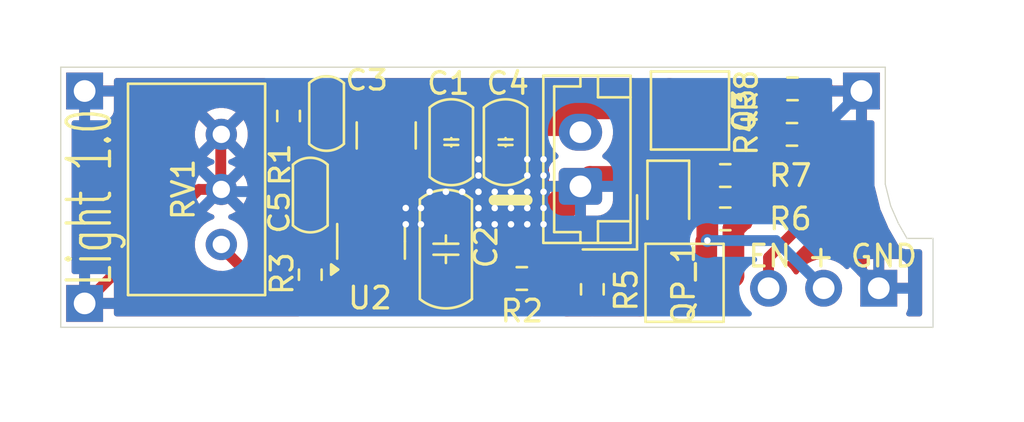
<source format=kicad_pcb>
(kicad_pcb (version 20241229) (generator "pcbnew") (generator_version "9.0")
  (layers (0 "F.Cu" signal) (2 "B.Cu" signal) (13 "F.Paste" user) (15 "B.Paste" user) (5 "F.SilkS" user "F.Silkscreen") (7 "B.SilkS" user "B.Silkscreen") (1 "F.Mask" user) (3 "B.Mask" user) (25 "Edge.Cuts" user))
  (net 0 "")
  (net 1 "/Light_In")
  (net 2 "GND")
  (net 3 "Net-(U2-FB)")
  (net 4 "/Light_cool")
  (net 5 "/Light+")
  (net 6 "Net-(U2-BST)")
  (net 7 "Net-(I1-A)")
  (net 8 "Net-(Q3-G)")
  (net 9 "Net-(Q3-D)")
  (net 10 "VBAT")
  (net 11 "LED_ENABLE")
  (net 12 "Net-(QP_1-G)")
  (net 13 "Net-(QP_1-D)")
  (net 14 "Net-(R3-Pad2)")
  (footprint "Connector_JST:JST_EH_B2B-EH-A_1x02_P2.50mm_Vertical" (layer "F.Cu") (at 114.95 25 90)
    (property "Reference" "LIGHT1" (hide yes))
    (property "Value" "Conn_01x02")
    (fp_line (start 5.11 -1.71) (end -2.61 -1.71) (stroke (width 0.12)) (layer "F.SilkS"))
    (fp_line (start -2.61 -1.71) (end -2.61 2.31) (stroke (width 0.12)) (layer "F.SilkS"))
    (fp_line (start 4.61 -1.21) (end 4.61 0) (stroke (width 0.12)) (layer "F.SilkS"))
    (fp_line (start -2.11 -1.21) (end 4.61 -1.21) (stroke (width 0.12)) (layer "F.SilkS"))
    (fp_line (start 4.61 0) (end 5.11 0) (stroke (width 0.12)) (layer "F.SilkS"))
    (fp_line (start -2.11 0) (end -2.11 -1.21) (stroke (width 0.12)) (layer "F.SilkS"))
    (fp_line (start -2.61 0) (end -2.11 0) (stroke (width 0.12)) (layer "F.SilkS"))
    (fp_line (start -2.91 0.11) (end -2.91 2.61) (stroke (width 0.12)) (layer "F.SilkS"))
    (fp_line (start 5.11 0.81) (end 4.11 0.81) (stroke (width 0.12)) (layer "F.SilkS"))
    (fp_line (start 4.11 0.81) (end 4.11 2.31) (stroke (width 0.12)) (layer "F.SilkS"))
    (fp_line (start -1.61 0.81) (end -1.61 2.31) (stroke (width 0.12)) (layer "F.SilkS"))
    (fp_line (start -2.61 0.81) (end -1.61 0.81) (stroke (width 0.12)) (layer "F.SilkS"))
    (fp_line (start 5.11 2.31) (end 5.11 -1.71) (stroke (width 0.12)) (layer "F.SilkS"))
    (fp_line (start -2.61 2.31) (end 5.11 2.31) (stroke (width 0.12)) (layer "F.SilkS"))
    (fp_line (start -2.91 2.61) (end -0.41 2.61) (stroke (width 0.12)) (layer "F.SilkS"))
    (pad "1" thru_hole roundrect (at 0 0 90) (size 1.7 2) (drill 1) (layers "*.Cu" "*.Mask") (roundrect_rratio 0.147059) (net 2 "GND"))
    (pad "2" thru_hole oval (at 2.5 0 90) (size 1.7 2) (drill 1) (layers "*.Cu" "*.Mask") (net 5 "/Light+"))
  )
  (footprint "Resistor_SMD:R_0603_1608Metric" (layer "F.Cu") (at 101.5 21.75 -90)
    (property "Reference" "R1" (at 2.25 0.4 90) (layer "F.SilkS") (effects (font (size 0.9 1))))
    (property "Value" "10k")
    (fp_line (start 0.237258 0.5225) (end -0.237258 0.5225) (stroke (width 0.12)) (layer "F.SilkS"))
    (fp_line (start 0.237258 -0.5225) (end -0.237258 -0.5225) (stroke (width 0.12)) (layer "F.SilkS"))
    (pad "1" smd roundrect (at -0.825 0 270) (size 0.8 0.95) (layers "F.Cu" "F.Mask" "F.Paste") (net 5 "/Light+"))
    (pad "2" smd roundrect (at 0.825 0 270) (size 0.8 0.95) (layers "F.Cu" "F.Mask" "F.Paste") (net 3 "Net-(U2-FB)"))
  )
  (footprint "Resistor_SMD:R_0603_1608Metric" (layer "F.Cu") (at 121.625 24.5 180)
    (property "Reference" "R7" (at -3 0 0) (layer "F.SilkS"))
    (property "Value" "1k")
    (fp_line (start 0.237258 0.5225) (end -0.237258 0.5225) (stroke (width 0.12)) (layer "F.SilkS"))
    (fp_line (start 0.237258 -0.5225) (end -0.237258 -0.5225) (stroke (width 0.12)) (layer "F.SilkS"))
    (pad "1" smd roundrect (at -0.825 0 180) (size 0.8 0.95) (layers "F.Cu" "F.Mask" "F.Paste") (net 12 "Net-(QP_1-G)"))
    (pad "2" smd roundrect (at 0.825 0 180) (size 0.8 0.95) (layers "F.Cu" "F.Mask" "F.Paste") (net 9 "Net-(Q3-D)"))
  )
  (footprint "Package_TO_SOT_SMD:TSOT-23-6" (layer "F.Cu") (at 105.3 27.5375 90)
    (property "Reference" "U2" (at -2.6125 -0.05 0) (layer "F.SilkS"))
    (property "Value" "AP63200")
    (fp_line (start 0 -1.56) (end 0.8 -1.56) (stroke (width 0.12)) (layer "F.SilkS"))
    (fp_line (start 0 -1.56) (end -0.8 -1.56) (stroke (width 0.12)) (layer "F.SilkS"))
    (fp_line (start 0 1.56) (end 0.8 1.56) (stroke (width 0.12)) (layer "F.SilkS"))
    (fp_line (start 0 1.56) (end -0.8 1.56) (stroke (width 0.12)) (layer "F.SilkS"))
    (fp_poly (pts (xy -1.3 -1.51) (xy -1.54 -1.84) (xy -1.06 -1.84)) (stroke (width 0.12)) (fill yes) (layer "F.SilkS"))
    (pad "1" smd roundrect (at -1.1375 -0.95 90) (size 1.325 0.6) (layers "F.Cu" "F.Mask" "F.Paste") (net 3 "Net-(U2-FB)"))
    (pad "2" smd roundrect (at -1.1375 0 90) (size 1.325 0.6) (layers "F.Cu" "F.Mask" "F.Paste") (net 1 "/Light_In"))
    (pad "3" smd roundrect (at -1.1375 0.95 90) (size 1.325 0.6) (layers "F.Cu" "F.Mask" "F.Paste") (net 1 "/Light_In"))
    (pad "4" smd roundrect (at 1.1375 0.95 90) (size 1.325 0.6) (layers "F.Cu" "F.Mask" "F.Paste") (net 2 "GND"))
    (pad "5" smd roundrect (at 1.1375 0 90) (size 1.325 0.6) (layers "F.Cu" "F.Mask" "F.Paste") (net 4 "/Light_cool"))
    (pad "6" smd roundrect (at 1.1375 -0.95 90) (size 1.325 0.6) (layers "F.Cu" "F.Mask" "F.Paste") (net 6 "Net-(U2-BST)"))
  )
  (footprint "Potentiometer_THT:Potentiometer_Bourns_3299W_Vertical" (layer "F.Cu") (at 98.4 27.68 -90)
    (property "Reference" "RV1" (at -2.54 1.75 90) (layer "F.SilkS"))
    (property "Value" "50k")
    (fp_line (start -7.415 4.3) (end -7.415 -2.02) (stroke (width 0.12)) (layer "F.SilkS"))
    (fp_line (start 2.335 4.3) (end -7.415 4.3) (stroke (width 0.12)) (layer "F.SilkS"))
    (fp_line (start -7.415 -2.02) (end 2.335 -2.02) (stroke (width 0.12)) (layer "F.SilkS"))
    (fp_line (start 2.335 -2.02) (end 2.335 4.3) (stroke (width 0.12)) (layer "F.SilkS"))
    (pad "1" thru_hole circle (at 0 0 270) (size 1.44 1.44) (drill 0.8) (layers "*.Cu" "*.Mask") (net 14 "Net-(R3-Pad2)"))
    (pad "2" thru_hole circle (at -2.54 0 270) (size 1.44 1.44) (drill 0.8) (layers "*.Cu" "*.Mask") (net 2 "GND"))
    (pad "3" thru_hole circle (at -5.08 0 270) (size 1.44 1.44) (drill 0.8) (layers "*.Cu" "*.Mask") (net 2 "GND"))
  )
  (footprint "Resistor_SMD:R_0603_1608Metric" (layer "F.Cu") (at 121.625 26.5 180)
    (property "Reference" "R6" (at -3 0 0) (layer "F.SilkS"))
    (property "Value" "10k")
    (fp_line (start 0.237258 0.5225) (end -0.237258 0.5225) (stroke (width 0.12)) (layer "F.SilkS"))
    (fp_line (start 0.237258 -0.5225) (end -0.237258 -0.5225) (stroke (width 0.12)) (layer "F.SilkS"))
    (pad "1" smd roundrect (at -0.825 0 180) (size 0.8 0.95) (layers "F.Cu" "F.Mask" "F.Paste") (net 12 "Net-(QP_1-G)"))
    (pad "2" smd roundrect (at 0.825 0 180) (size 0.8 0.95) (layers "F.Cu" "F.Mask" "F.Paste") (net 10 "VBAT"))
  )
  (footprint "Resistor_SMD:R_0603_1608Metric" (layer "F.Cu") (at 102.5 29.075 -90)
    (property "Reference" "R3" (at -0.05 1.3 90) (layer "F.SilkS"))
    (property "Value" "1k")
    (fp_line (start 0.237258 0.5225) (end -0.237258 0.5225) (stroke (width 0.12)) (layer "F.SilkS"))
    (fp_line (start 0.237258 -0.5225) (end -0.237258 -0.5225) (stroke (width 0.12)) (layer "F.SilkS"))
    (pad "1" smd roundrect (at -0.825 0 270) (size 0.8 0.95) (layers "F.Cu" "F.Mask" "F.Paste") (net 3 "Net-(U2-FB)"))
    (pad "2" smd roundrect (at 0.825 0 270) (size 0.8 0.95) (layers "F.Cu" "F.Mask" "F.Paste") (net 14 "Net-(R3-Pad2)"))
  )
  (footprint "PCM_Capacitor_SMD_Handsoldering_AKL:C_0603_1608Metric_Pad1.08x0.95mm" (layer "F.Cu") (at 102.5 25.4 90)
    (property "Reference" "C5" (at -0.8 -1.43 90) (layer "F.SilkS") (effects (font (size 0.9 1))))
    (property "Value" "100nf" (hide yes))
    (fp_line (start -1.4 -0.8) (end 1.4 -0.799999) (stroke (width 0.12)) (layer "F.SilkS"))
    (fp_line (start 1.4 0.800001) (end -1.4 0.800002) (stroke (width 0.12)) (layer "F.SilkS"))
    (fp_arc (start 1.4 -0.800001) (mid 1.719939 0) (end 1.4 0.800001) (stroke (width 0.12)) (layer "F.SilkS"))
    (fp_arc (start -1.4 0.800002) (mid -1.719939 0.000001) (end -1.4 -0.8) (stroke (width 0.12)) (layer "F.SilkS"))
    (pad "1" smd roundrect (at -0.8625 0 90) (size 1.075 0.95) (layers "F.Cu" "F.Mask" "F.Paste") (net 6 "Net-(U2-BST)"))
    (pad "2" smd roundrect (at 0.8625 0 90) (size 1.075 0.95) (layers "F.Cu" "F.Mask" "F.Paste") (net 4 "/Light_cool"))
  )
  (footprint "Resistor_SMD:R_0603_1608Metric" (layer "F.Cu") (at 124.7 22.6)
    (property "Reference" "R4" (at -2.1 0 90) (layer "F.SilkS"))
    (property "Value" "1k")
    (fp_line (start 0.237258 -0.5225) (end -0.237258 -0.5225) (stroke (width 0.12)) (layer "F.SilkS"))
    (fp_line (start 0.237258 0.5225) (end -0.237258 0.5225) (stroke (width 0.12)) (layer "F.SilkS"))
    (pad "1" smd roundrect (at -0.825 0) (size 0.8 0.95) (layers "F.Cu" "F.Mask" "F.Paste") (net 8 "Net-(Q3-G)"))
    (pad "2" smd roundrect (at 0.825 0) (size 0.8 0.95) (layers "F.Cu" "F.Mask" "F.Paste") (net 11 "LED_ENABLE"))
  )
  (footprint "PCM_Package_TO_SOT_SMD_AKL:SOT-23" (layer "F.Cu") (at 120 21.5 -90)
    (property "Reference" "Q3" (at 0 -2.5 90) (layer "F.SilkS"))
    (property "Value" "N-channel 30V 5A" (hide yes))
    (fp_line (start -1.8 1.8) (end 1.8 1.8) (stroke (width 0.12)) (layer "F.SilkS"))
    (fp_line (start 1.8 1.8) (end 1.8 -1.8) (stroke (width 0.12)) (layer "F.SilkS"))
    (fp_line (start -1.8 -1.8) (end -1.8 1.8) (stroke (width 0.12)) (layer "F.SilkS"))
    (fp_line (start 1.8 -1.8) (end -1.8 -1.8) (stroke (width 0.12)) (layer "F.SilkS"))
    (pad "1" smd roundrect (at -1 -0.95 270) (size 0.9 0.8) (layers "F.Cu" "F.Mask" "F.Paste") (net 8 "Net-(Q3-G)"))
    (pad "2" smd roundrect (at -1 0.95 270) (size 0.9 0.8) (layers "F.Cu" "F.Mask" "F.Paste") (net 2 "GND"))
    (pad "3" smd roundrect (at 1 0 270) (size 0.9 0.8) (layers "F.Cu" "F.Mask" "F.Paste") (net 9 "Net-(Q3-D)"))
  )
  (footprint "Resistor_SMD:R_0603_1608Metric" (layer "F.Cu") (at 112.25 29.25 180)
    (property "Reference" "R2" (at 0 -1.5 0) (layer "F.SilkS"))
    (property "Value" "1Ohm")
    (fp_line (start 0.237258 0.5225) (end -0.237258 0.5225) (stroke (width 0.12)) (layer "F.SilkS"))
    (fp_line (start 0.237258 -0.5225) (end -0.237258 -0.5225) (stroke (width 0.12)) (layer "F.SilkS"))
    (pad "1" smd roundrect (at -0.825 0 180) (size 0.8 0.95) (layers "F.Cu" "F.Mask" "F.Paste") (net 13 "Net-(QP_1-D)"))
    (pad "2" smd roundrect (at 0.825 0 180) (size 0.8 0.95) (layers "F.Cu" "F.Mask" "F.Paste") (net 1 "/Light_In"))
  )
  (footprint "PCM_Capacitor_SMD_Handsoldering_AKL:C_0805_2012Metric_Pad1.18x1.45mm" (layer "F.Cu") (at 111.5 22.9625 -90)
    (property "Reference" "C4" (at -2.7125 -0.1 0) (layer "F.SilkS"))
    (property "Value" "22uF" (hide yes))
    (fp_line (start 1.6 1) (end -1.6 1) (stroke (width 0.12)) (layer "F.SilkS"))
    (fp_line (start -0.127 0.3175) (end -0.127 -0.3175) (stroke (width 0.12)) (layer "F.SilkS"))
    (fp_line (start -0.1905 0) (end -0.127 0) (stroke (width 0.12)) (layer "F.SilkS"))
    (fp_line (start 0.1905 0) (end 0.127 0) (stroke (width 0.12)) (layer "F.SilkS"))
    (fp_line (start 0.127 -0.3175) (end 0.127 0.3175) (stroke (width 0.12)) (layer "F.SilkS"))
    (fp_line (start -1.6 -1) (end 1.6 -1) (stroke (width 0.12)) (layer "F.SilkS"))
    (fp_arc (start -1.6 1) (mid -1.980894 0) (end -1.6 -1) (stroke (width 0.12)) (layer "F.SilkS"))
    (fp_arc (start 1.6 -1) (mid 1.980894 0) (end 1.6 1) (stroke (width 0.12)) (layer "F.SilkS"))
    (pad "1" smd roundrect (at -1.0375 0 270) (size 1.175 1.45) (layers "F.Cu" "F.Mask" "F.Paste") (roundrect_rratio 0.212766) (net 5 "/Light+"))
    (pad "2" smd roundrect (at 1.0375 0 270) (size 1.175 1.45) (layers "F.Cu" "F.Mask" "F.Paste") (roundrect_rratio 0.212766) (net 2 "GND"))
  )
  (footprint "Resistor_SMD:R_0603_1608Metric" (layer "F.Cu") (at 115.5 29.75 90)
    (property "Reference" "R5" (at -0.04 1.56 90) (layer "F.SilkS"))
    (property "Value" "5k")
    (fp_line (start 0.237258 -0.5225) (end -0.237258 -0.5225) (stroke (width 0.12)) (layer "F.SilkS"))
    (fp_line (start 0.237258 0.5225) (end -0.237258 0.5225) (stroke (width 0.12)) (layer "F.SilkS"))
    (pad "1" smd roundrect (at -0.825 0 90) (size 0.8 0.95) (layers "F.Cu" "F.Mask" "F.Paste") (net 13 "Net-(QP_1-D)"))
    (pad "2" smd roundrect (at 0.825 0 90) (size 0.8 0.95) (layers "F.Cu" "F.Mask" "F.Paste") (net 7 "Net-(I1-A)"))
  )
  (footprint "PCM_Capacitor_SMD_Handsoldering_AKL:C_0603_1608Metric_Pad1.08x0.95mm" (layer "F.Cu") (at 103.25 21.6375 -90)
    (property "Reference" "C3" (at -1.5375 -1.85 180) (layer "F.SilkS") (effects (font (size 0.9 1))))
    (property "Value" "100pf" (hide yes))
    (fp_line (start 1.4 0.800001) (end -1.4 0.800002) (stroke (width 0.12)) (layer "F.SilkS"))
    (fp_line (start -1.4 -0.8) (end 1.4 -0.799999) (stroke (width 0.12)) (layer "F.SilkS"))
    (fp_arc (start -1.4 0.800002) (mid -1.719939 0.000001) (end -1.4 -0.8) (stroke (width 0.12)) (layer "F.SilkS"))
    (fp_arc (start 1.4 -0.800001) (mid 1.719939 0) (end 1.4 0.800001) (stroke (width 0.12)) (layer "F.SilkS"))
    (pad "1" smd roundrect (at -0.8625 0 270) (size 1.075 0.95) (layers "F.Cu" "F.Mask" "F.Paste") (net 5 "/Light+"))
    (pad "2" smd roundrect (at 0.8625 0 270) (size 1.075 0.95) (layers "F.Cu" "F.Mask" "F.Paste") (net 3 "Net-(U2-FB)"))
  )
  (footprint "PCM_Package_TO_SOT_SMD_AKL:SOT-23" (layer "F.Cu") (at 119.75 29.45 180)
    (property "Reference" "QP_1" (at 0.05 -0.04 90) (layer "F.SilkS"))
    (property "Value" "P-channel 50v 4A" (hide yes))
    (fp_line (start 1.8 1.8) (end -1.8 1.8) (stroke (width 0.12)) (layer "F.SilkS"))
    (fp_line (start 1.8 -1.8) (end 1.8 1.8) (stroke (width 0.12)) (layer "F.SilkS"))
    (fp_line (start -1.8 1.8) (end -1.8 -1.8) (stroke (width 0.12)) (layer "F.SilkS"))
    (fp_line (start -1.8 -1.8) (end 1.8 -1.8) (stroke (width 0.12)) (layer "F.SilkS"))
    (pad "1" smd roundrect (at -1 -0.95 180) (size 0.9 0.8) (layers "F.Cu" "F.Mask" "F.Paste") (net 12 "Net-(QP_1-G)"))
    (pad "2" smd roundrect (at -1 0.95 180) (size 0.9 0.8) (layers "F.Cu" "F.Mask" "F.Paste") (net 10 "VBAT"))
    (pad "3" smd roundrect (at 1 0 180) (size 0.9 0.8) (layers "F.Cu" "F.Mask" "F.Paste") (net 13 "Net-(QP_1-D)"))
  )
  (footprint "PCM_Capacitor_SMD_Handsoldering_AKL:C_1206_3216Metric_Pad1.33x1.80mm" (layer "F.Cu") (at 108.75 27.9 90)
    (property "Reference" "C2" (at 0.1 1.85 90) (layer "F.SilkS"))
    (property "Value" "10uF" (hide yes))
    (fp_line (start -2.3 -1.2) (end 2.3 -1.2) (stroke (width 0.12)) (layer "F.SilkS"))
    (fp_line (start 0.635 0) (end 0.254 0) (stroke (width 0.12)) (layer "F.SilkS"))
    (fp_line (start -0.635 0) (end -0.254 0) (stroke (width 0.12)) (layer "F.SilkS"))
    (fp_line (start 0.254 0.5715) (end 0.254 -0.5715) (stroke (width 0.12)) (layer "F.SilkS"))
    (fp_line (start -0.254 0.5715) (end -0.254 -0.5715) (stroke (width 0.12)) (layer "F.SilkS"))
    (fp_line (start 2.3 1.2) (end -2.3 1.2) (stroke (width 0.12)) (layer "F.SilkS"))
    (fp_arc (start 2.3 -1.2) (mid 2.741962 0) (end 2.3 1.2) (stroke (width 0.12)) (layer "F.SilkS"))
    (fp_arc (start -2.3 1.2) (mid -2.726625 0) (end -2.3 -1.2) (stroke (width 0.12)) (layer "F.SilkS"))
    (pad "1" smd roundrect (at -1.5625 0 90) (size 1.325 1.8) (layers "F.Cu" "F.Mask" "F.Paste") (roundrect_rratio 0.188679) (net 1 "/Light_In"))
    (pad "2" smd roundrect (at 1.5625 0 90) (size 1.325 1.8) (layers "F.Cu" "F.Mask" "F.Paste") (roundrect_rratio 0.188679) (net 2 "GND"))
  )
  (footprint "Inductor_SMD:L_1210_3225Metric" (layer "F.Cu") (at 106 22.65 90)
    (property "Reference" "L1" (hide yes))
    (property "Value" "4.7uH")
    (fp_line (start 0.602064 -1.36) (end -0.602064 -1.36) (stroke (width 0.12)) (layer "F.SilkS"))
    (fp_line (start 0.602064 1.36) (end -0.602064 1.36) (stroke (width 0.12)) (layer "F.SilkS"))
    (pad "1" smd roundrect (at -1.4 0 90) (size 1.25 2.65) (layers "F.Cu" "F.Mask" "F.Paste") (roundrect_rratio 0.2) (net 4 "/Light_cool"))
    (pad "2" smd roundrect (at 1.4 0 90) (size 1.25 2.65) (layers "F.Cu" "F.Mask" "F.Paste") (roundrect_rratio 0.2) (net 5 "/Light+"))
  )
  (footprint "PCM_Capacitor_SMD_Handsoldering_AKL:C_0805_2012Metric_Pad1.18x1.45mm" (layer "F.Cu") (at 109 22.9625 -90)
    (property "Reference" "C1" (at -2.7125 0.135 0) (layer "F.SilkS"))
    (property "Value" "22uF" (hide yes))
    (fp_line (start 1.6 1) (end -1.6 1) (stroke (width 0.12)) (layer "F.SilkS"))
    (fp_line (start -0.127 0.3175) (end -0.127 -0.3175) (stroke (width 0.12)) (layer "F.SilkS"))
    (fp_line (start -0.1905 0) (end -0.127 0) (stroke (width 0.12)) (layer "F.SilkS"))
    (fp_line (start 0.1905 0) (end 0.127 0) (stroke (width 0.12)) (layer "F.SilkS"))
    (fp_line (start 0.127 -0.3175) (end 0.127 0.3175) (stroke (width 0.12)) (layer "F.SilkS"))
    (fp_line (start -1.6 -1) (end 1.6 -1) (stroke (width 0.12)) (layer "F.SilkS"))
    (fp_arc (start -1.6 1) (mid -1.980894 0) (end -1.6 -1) (stroke (width 0.12)) (layer "F.SilkS"))
    (fp_arc (start 1.6 -1) (mid 1.980894 0) (end 1.6 1) (stroke (width 0.12)) (layer "F.SilkS"))
    (pad "1" smd roundrect (at -1.0375 0 270) (size 1.175 1.45) (layers "F.Cu" "F.Mask" "F.Paste") (roundrect_rratio 0.212766) (net 5 "/Light+"))
    (pad "2" smd roundrect (at 1.0375 0 270) (size 1.175 1.45) (layers "F.Cu" "F.Mask" "F.Paste") (roundrect_rratio 0.212766) (net 2 "GND"))
  )
  (footprint "Modules:LightPower" (layer "F.Cu") (at 110.1 25.4)
    (property "Reference" "U1" (hide yes))
    (property "Value" "~")
    (fp_line (start -19.1 -5.9) (end 18.9 -5.9) (stroke (width 0.05)) (layer "F.SilkS"))
    (fp_line (start -19.1 6.1) (end -19.1 -5.9) (stroke (width 0.05)) (layer "F.SilkS"))
    (fp_line (start 18.9 -5.9) (end 18.9 -0.5) (stroke (width 0.05)) (layer "F.SilkS"))
    (fp_line (start 18.9 -0.5) (end 19.15 0.5) (stroke (width 0.05)) (layer "F.SilkS"))
    (fp_line (start 19.15 0.5) (end 19.5 1.3) (stroke (width 0.05)) (layer "F.SilkS"))
    (fp_line (start 19.5 1.3) (end 19.9 2) (stroke (width 0.05)) (layer "F.SilkS"))
    (fp_line (start 19.9 2) (end 21.1 2) (stroke (width 0.05)) (layer "F.SilkS"))
    (fp_line (start 21.1 6.1) (end -19.1 6.1) (stroke (width 0.05)) (layer "F.SilkS"))
    (fp_line (start 21.1 6.1) (end 21.1 2) (stroke (width 0.05)) (layer "F.SilkS"))
    (pad "1" thru_hole circle (at 13.52 4.3 270) (size 1.7 1.7) (drill 1) (layers "*.Cu" "*.Mask") (net 11 "LED_ENABLE"))
    (pad "2" thru_hole circle (at 16.06 4.3 270) (size 1.7 1.7) (drill 1) (layers "*.Cu" "*.Mask") (net 10 "VBAT"))
    (pad "3" thru_hole rect (at 18.6 4.3 270) (size 1.7 1.7) (drill 1) (layers "*.Cu" "*.Mask") (net 2 "GND"))
    (pad "4" thru_hole rect (at 17.8 -4.8) (size 1.7 1.7) (drill 1) (layers "*.Cu" "*.Mask") (net 2 "GND"))
    (pad "5" thru_hole rect (at -18 -4.8) (size 1.7 1.7) (drill 1) (layers "*.Cu" "*.Mask") (net 2 "GND"))
    (pad "6" thru_hole rect (at -18 5) (size 1.7 1.7) (drill 1) (layers "*.Cu" "*.Mask") (net 2 "GND"))
  )
  (footprint "Resistor_SMD:R_0603_1608Metric" (layer "F.Cu") (at 124.725 20.5)
    (property "Reference" "R8" (at -2.125 0.1 90) (layer "F.SilkS"))
    (property "Value" "10k")
    (fp_line (start 0.237258 -0.5225) (end -0.237258 -0.5225) (stroke (width 0.12)) (layer "F.SilkS"))
    (fp_line (start 0.237258 0.5225) (end -0.237258 0.5225) (stroke (width 0.12)) (layer "F.SilkS"))
    (pad "1" smd roundrect (at -0.825 0) (size 0.8 0.95) (layers "F.Cu" "F.Mask" "F.Paste") (net 8 "Net-(Q3-G)"))
    (pad "2" smd roundrect (at 0.825 0) (size 0.8 0.95) (layers "F.Cu" "F.Mask" "F.Paste") (net 2 "GND"))
  )
  (footprint "LED_SMD:LED_0805_2012Metric" (layer "F.Cu") (at 119 25.5 -90)
    (property "Reference" "I1" (hide yes))
    (property "Value" "LED White")
    (fp_line (start -1.685 0.96) (end 1 0.96) (stroke (width 0.12)) (layer "F.SilkS"))
    (fp_line (start -1.685 -0.96) (end -1.685 0.96) (stroke (width 0.12)) (layer "F.SilkS"))
    (fp_line (start 1 -0.96) (end -1.685 -0.96) (stroke (width 0.12)) (layer "F.SilkS"))
    (pad "1" smd roundrect (at -0.9375 0 270) (size 0.975 1.4) (layers "F.Cu" "F.Mask" "F.Paste") (net 2 "GND"))
    (pad "2" smd roundrect (at 0.9375 0 270) (size 0.975 1.4) (layers "F.Cu" "F.Mask" "F.Paste") (net 7 "Net-(I1-A)"))
  )
  (gr_line (start 91 31.5) (end 91 19.5) (stroke (width 0.05)) (layer "Edge.Cuts"))
  (gr_line (start 129.25 25.9) (end 129.6 26.7) (stroke (width 0.05)) (layer "Edge.Cuts"))
  (gr_line (start 129.6 26.7) (end 130 27.4) (stroke (width 0.05)) (layer "Edge.Cuts"))
  (gr_line (start 130 27.4) (end 131.2 27.4) (stroke (width 0.05)) (layer "Edge.Cuts"))
  (gr_line (start 129 24.9) (end 129.25 25.9) (stroke (width 0.05)) (layer "Edge.Cuts"))
  (gr_line (start 91 19.5) (end 129 19.5) (stroke (width 0.05)) (layer "Edge.Cuts"))
  (gr_line (start 131.2 31.5) (end 91 31.5) (stroke (width 0.05)) (layer "Edge.Cuts"))
  (gr_line (start 131.2 31.5) (end 131.2 27.4) (stroke (width 0.05)) (layer "Edge.Cuts"))
  (gr_line (start 129 19.5) (end 129 24.9) (stroke (width 0.05)) (layer "Edge.Cuts"))
  (gr_text "Light 1.0" (at 93.5 29.7 90) (layer "F.SilkS") (effects (font (size 2 1.2)) (justify left bottom)))
  (gr_text "EN + GND" (at 122.6 28.8 0) (layer "F.SilkS") (effects (font (size 1 1)) (justify left bottom)))
  (gr_text "-" (at 113.3 24.6 180) (layer "F.SilkS") (effects (font (size 2 2) (thickness 0.5) (bold yes)) (justify left bottom)))
  (segment (start 108.75 29.375) (end 106.95 29.375) (width 1) (layer "F.Cu") (net 1))
  (segment (start 106.95 29.375) (end 106.25 28.675) (width 1) (layer "F.Cu") (net 1))
  (segment (start 106.25 28.675) (end 105.35 28.675) (width 1) (layer "F.Cu") (net 1))
  (segment (start 92.1 20.6) (end 96.4 20.6) (width 0.5) (layer "F.Cu") (net 2))
  (segment (start 128.7 29.7) (end 127.9 28.9) (width 0.5) (layer "F.Cu") (net 2))
  (segment (start 111.5 26.3375) (end 113.6125 26.3375) (width 1.5) (layer "F.Cu") (net 2))
  (segment (start 96.4 20.6) (end 98.4 22.6) (width 0.5) (layer "F.Cu") (net 2))
  (segment (start 106.75 26.425) (end 106.3 26.425) (width 1) (layer "F.Cu") (net 2))
  (segment (start 127.9 20.6) (end 125.65 20.6) (width 0.5) (layer "F.Cu") (net 2))
  (segment (start 119 24.5625) (end 115.3875 24.5625) (width 1) (layer "F.Cu") (net 2))
  (segment (start 107.75 26.425) (end 106.75 26.425) (width 1) (layer "F.Cu") (net 2))
  (segment (start 108.75 26.3375) (end 111.5 26.3375) (width 1.5) (layer "F.Cu") (net 2))
  (segment (start 106.25 26.4) (end 106.725 26.4) (width 0.5) (layer "F.Cu") (net 2))
  (segment (start 127.9 28.9) (end 127.9 20.6) (width 0.5) (layer "F.Cu") (net 2))
  (segment (start 98.375 25.24) (end 98.375 22.7) (width 0.5) (layer "F.Cu") (net 2))
  (segment (start 118.7 24.2625) (end 119 24.5625) (width 1) (layer "F.Cu") (net 2))
  (segment (start 115.3875 24.5625) (end 114.95 25) (width 1) (layer "F.Cu") (net 2))
  (segment (start 97.36 25.14) (end 98.4 25.14) (width 0.5) (layer "F.Cu") (net 2))
  (segment (start 113.6125 26.3375) (end 114.95 25) (width 1.5) (layer "F.Cu") (net 2))
  (segment (start 106.725 26.4) (end 106.75 26.425) (width 0.5) (layer "F.Cu") (net 2))
  (segment (start 125.65 20.6) (end 125.55 20.5) (width 0.5) (layer "F.Cu") (net 2))
  (segment (start 118.7 20.85) (end 118.7 24.2625) (width 1) (layer "F.Cu") (net 2))
  (segment (start 111.5 24) (end 111.5 26.3375) (width 1.5) (layer "F.Cu") (net 2))
  (segment (start 109 24) (end 111.5 24) (width 1.5) (layer "F.Cu") (net 2))
  (segment (start 92.1 30.4) (end 97.36 25.14) (width 0.5) (layer "F.Cu") (net 2))
  (segment (start 119.05 20.5) (end 118.7 20.85) (width 1) (layer "F.Cu") (net 2))
  (via (at 106.9 26) (size 0.6) (drill 0.3) (layers "F.Cu" "B.Cu") (net 2))
  (via (at 107.6 26.75) (size 0.6) (drill 0.3) (layers "F.Cu" "B.Cu") (net 2))
  (via (at 110.25 26) (size 0.6) (drill 0.3) (layers "F.Cu" "B.Cu") (net 2))
  (via (at 112.5 26.75) (size 0.6) (drill 0.3) (layers "F.Cu" "B.Cu") (net 2))
  (via (at 112.5 24.5) (size 0.6) (drill 0.3) (layers "F.Cu" "B.Cu") (net 2))
  (via (at 111 26.75) (size 0.6) (drill 0.3) (layers "F.Cu" "B.Cu") (net 2))
  (via (at 108 25.25) (size 0.6) (drill 0.3) (layers "F.Cu" "B.Cu") (net 2))
  (via (at 113.25 26.75) (size 0.6) (drill 0.3) (layers "F.Cu" "B.Cu") (net 2))
  (via (at 108.75 25.25) (size 0.6) (drill 0.3) (layers "F.Cu" "B.Cu") (net 2))
  (via (at 111.75 26.75) (size 0.6) (drill 0.3) (layers "F.Cu" "B.Cu") (net 2))
  (via (at 111 25.25) (size 0.6) (drill 0.3) (layers "F.Cu" "B.Cu") (net 2))
  (via (at 111.75 26) (size 0.6) (drill 0.3) (layers "F.Cu" "B.Cu") (net 2))
  (via (at 112.5 25.25) (size 0.6) (drill 0.3) (layers "F.Cu" "B.Cu") (net 2))
  (via (at 113.25 25.25) (size 0.6) (drill 0.3) (layers "F.Cu" "B.Cu") (net 2))
  (via (at 112.5 23.75) (size 0.6) (drill 0.3) (layers "F.Cu" "B.Cu") (net 2))
  (via (at 111 26) (size 0.6) (drill 0.3) (layers "F.Cu" "B.Cu") (net 2))
  (via (at 110.25 24.5) (size 0.6) (drill 0.3) (layers "F.Cu" "B.Cu") (net 2))
  (via (at 107.6 26) (size 0.6) (drill 0.3) (layers "F.Cu" "B.Cu") (net 2))
  (via (at 113.25 24.5) (size 0.6) (drill 0.3) (layers "F.Cu" "B.Cu") (net 2))
  (via (at 109.5 25.25) (size 0.6) (drill 0.3) (layers "F.Cu" "B.Cu") (net 2))
  (via (at 110.25 23.75) (size 0.6) (drill 0.3) (layers "F.Cu" "B.Cu") (net 2))
  (via (at 111.75 25.25) (size 0.6) (drill 0.3) (layers "F.Cu" "B.Cu") (net 2))
  (via (at 113.25 23.75) (size 0.6) (drill 0.3) (layers "F.Cu" "B.Cu") (net 2))
  (via (at 110.25 25.25) (size 0.6) (drill 0.3) (layers "F.Cu" "B.Cu") (net 2))
  (via (at 110.25 26.75) (size 0.6) (drill 0.3) (layers "F.Cu" "B.Cu") (net 2))
  (via (at 112.5 26) (size 0.6) (drill 0.3) (layers "F.Cu" "B.Cu") (net 2))
  (via (at 106.9 26.75) (size 0.6) (drill 0.3) (layers "F.Cu" "B.Cu") (net 2))
  (via (at 113.25 26) (size 0.6) (drill 0.3) (layers "F.Cu" "B.Cu") (net 2))
  (segment (start 107.99 25.24) (end 108 25.25) (width 0.5) (layer "B.Cu") (net 2))
  (segment (start 114.95 25) (end 123.5 25) (width 0.5) (layer "B.Cu") (net 2))
  (segment (start 123.5 25) (end 127.9 20.6) (width 0.5) (layer "B.Cu") (net 2))
  (segment (start 124 25) (end 123.5 25) (width 0.5) (layer "B.Cu") (net 2))
  (segment (start 98.375 25.24) (end 107.99 25.24) (width 0.5) (layer "B.Cu") (net 2))
  (segment (start 128.7 29.7) (end 124 25) (width 0.5) (layer "B.Cu") (net 2))
  (segment (start 103.25 22.5) (end 101.575 22.5) (width 0.5) (layer "F.Cu") (net 3))
  (segment (start 101.575 22.5) (end 101.5 22.575) (width 0.5) (layer "F.Cu") (net 3))
  (segment (start 101.5 22.575) (end 101.175 22.575) (width 0.5) (layer "F.Cu") (net 3))
  (segment (start 102 28.25) (end 102.5 28.25) (width 0.5) (layer "F.Cu") (net 3))
  (segment (start 101.175 22.575) (end 101 22.75) (width 0.5) (layer "F.Cu") (net 3))
  (segment (start 103.925 28.25) (end 104.35 28.675) (width 0.5) (layer "F.Cu") (net 3))
  (segment (start 102.5 28.25) (end 103.925 28.25) (width 0.5) (layer "F.Cu") (net 3))
  (segment (start 101 27.25) (end 102 28.25) (width 0.5) (layer "F.Cu") (net 3))
  (segment (start 101 22.75) (end 101 27.25) (width 0.5) (layer "F.Cu") (net 3))
  (segment (start 102.9875 24.05) (end 102.5 24.5375) (width 1) (layer "F.Cu") (net 4))
  (segment (start 106 24.05) (end 102.9875 24.05) (width 1) (layer "F.Cu") (net 4))
  (segment (start 106 24.05) (end 105.25 24.8) (width 1) (layer "F.Cu") (net 4))
  (segment (start 105.3 25.3) (end 105.3 26.4) (width 0.5) (layer "F.Cu") (net 4))
  (segment (start 105.25 24.8) (end 105.25 25.25) (width 1) (layer "F.Cu") (net 4))
  (segment (start 105.25 25.25) (end 105.3 25.3) (width 0.5) (layer "F.Cu") (net 4))
  (segment (start 105.675 20.925) (end 106 21.25) (width 1.5) (layer "F.Cu") (net 5))
  (segment (start 101.5 20.925) (end 105.675 20.925) (width 1.5) (layer "F.Cu") (net 5))
  (segment (start 114.95 22.5) (end 114.375 21.925) (width 1.5) (layer "F.Cu") (net 5))
  (segment (start 114.375 21.925) (end 109 21.925) (width 1.5) (layer "F.Cu") (net 5))
  (segment (start 108.325 21.25) (end 109 21.925) (width 1.5) (layer "F.Cu") (net 5))
  (segment (start 106 21.25) (end 108.325 21.25) (width 1.5) (layer "F.Cu") (net 5))
  (segment (start 104.35 26.4) (end 102.725 26.4) (width 0.5) (layer "F.Cu") (net 6))
  (segment (start 116.5125 28.925) (end 119 26.4375) (width 0.5) (layer "F.Cu") (net 7))
  (segment (start 115.5 28.925) (end 116.5125 28.925) (width 0.5) (layer "F.Cu") (net 7))
  (segment (start 120.95 20.5) (end 123.9 20.5) (width 0.5) (layer "F.Cu") (net 8))
  (segment (start 123.9 22.575) (end 123.875 22.6) (width 0.5) (layer "F.Cu") (net 8))
  (segment (start 123.9 20.5) (end 123.9 22.575) (width 0.5) (layer "F.Cu") (net 8))
  (segment (start 120.8 24.5) (end 120.8 23.3) (width 0.5) (layer "F.Cu") (net 9))
  (segment (start 120.8 23.3) (end 120 22.5) (width 0.5) (layer "F.Cu") (net 9))
  (segment (start 120.8 26.5) (end 120.8 27.5) (width 1) (layer "F.Cu") (net 10))
  (segment (start 120.75 28.5) (end 120.75 27.55) (width 1) (layer "F.Cu") (net 10))
  (segment (start 120.75 27.55) (end 120.8 27.5) (width 1) (layer "F.Cu") (net 10))
  (via (at 120.8 27.5) (size 0.6) (drill 0.3) (layers "F.Cu" "B.Cu") (net 10))
  (segment (start 123.96 27.5) (end 120.8 27.5) (width 0.5) (layer "B.Cu") (net 10))
  (segment (start 126.16 29.7) (end 123.96 27.5) (width 0.5) (layer "B.Cu") (net 10))
  (segment (start 123.62 28.28) (end 125.525 26.375) (width 0.5) (layer "F.Cu") (net 11))
  (segment (start 123.62 29.7) (end 123.62 28.28) (width 0.5) (layer "F.Cu") (net 11))
  (segment (start 125.525 26.375) (end 125.525 22.6) (width 0.5) (layer "F.Cu") (net 11))
  (segment (start 122.45 24.5) (end 122.45 26.5) (width 0.5) (layer "F.Cu") (net 12))
  (segment (start 120.75 30.4) (end 122.001 29.149) (width 1) (layer "F.Cu") (net 12))
  (segment (start 122.001 26.949) (end 122.45 26.5) (width 1) (layer "F.Cu") (net 12))
  (segment (start 122.001 29.149) (end 122.001 26.949) (width 1) (layer "F.Cu") (net 12))
  (segment (start 114.324 30.499) (end 115.424 30.499) (width 1) (layer "F.Cu") (net 13))
  (segment (start 117.701 30.499) (end 115.576 30.499) (width 1) (layer "F.Cu") (net 13))
  (segment (start 118.75 29.45) (end 117.701 30.499) (width 1) (layer "F.Cu") (net 13))
  (segment (start 113.075 29.25) (end 114.324 30.499) (width 1) (layer "F.Cu") (net 13))
  (segment (start 100.495 29.9) (end 98.375 27.78) (width 0.5) (layer "F.Cu") (net 14))
  (segment (start 102.5 29.9) (end 100.495 29.9) (width 0.5) (layer "F.Cu") (net 14))
  (zone (net 2) (net_name "GND") (layer "F.Cu") (priority 1) (connect_pads yes (clearance 0)) (min_thickness 0.25) (fill yes (thermal_gap 0.5) (thermal_bridge_width 0.5))
    (polygon (pts (xy 105.85 27.15) (xy 107.9 27.15) (xy 107.9 24.9) (xy 105.85 25.472093)))
  )
  (zone (net 1) (net_name "/Light_In") (layer "F.Cu") (priority 5) (connect_pads yes (clearance 0)) (min_thickness 0.25) (fill yes (thermal_gap 0.5) (thermal_bridge_width 0.5))
    (polygon (pts (xy 104.9 30.15) (xy 112.25 30.15) (xy 112.25 27.65) (xy 104.9 27.65)))
  )
  (zone (net 2) (net_name "GND") (layer "F.Cu") (priority 5) (connect_pads yes (clearance 0)) (min_thickness 0.25) (fill yes (thermal_gap 0.5) (thermal_bridge_width 0.5))
    (polygon (pts (xy 107.75 27.15) (xy 113.5 27.15) (xy 113.5 23.15) (xy 107.75 23.15)))
  )
  (zone (net 5) (net_name "/Light+") (layer "F.Cu") (priority 1) (connect_pads yes (clearance 0)) (min_thickness 0.25) (fill yes (thermal_gap 0.5) (thermal_bridge_width 0.5))
    (polygon (pts (xy 104.5 21.9) (xy 117.5 21.9) (xy 117.5 19.4) (xy 104.5 19.4)))
  )
  (zone (net 2) (net_name "GND") (layers "F.Cu" "B.Cu") (connect_pads (clearance 0.5)) (min_thickness 0.25) (fill yes (thermal_gap 0.5) (thermal_bridge_width 0.5))
    (polygon (pts (xy 89 16.8) (xy 130.1 16.4) (xy 135.4 29.3) (xy 130.4 35.9) (xy 88.2 34.7)))
  )
)
</source>
